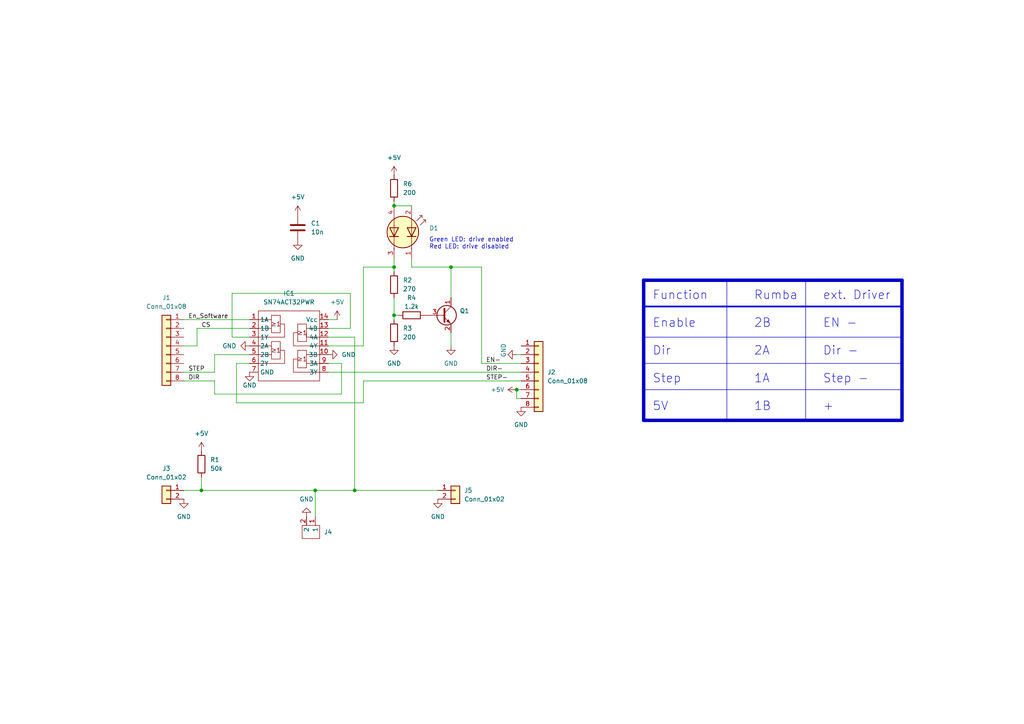
<source format=kicad_sch>
(kicad_sch (version 20211123) (generator eeschema)
  (paper "A4")
  (title_block (title "Driver BreakoutBoard for ext. Motor Drivers") (date "01.09.2023") (rev "1.0") (company "OpenSource Imaging Initiative"))
  (lib_symbols
    (symbol "Connector_Generic:Conn_01x02" (pin_names (offset 1.016) hide)
      (property "Reference" "J" (at 0 2.54 0))
      (property "Value" "Conn_01x02" (at 0 -5.08 0))
      (symbol "Conn_01x02_1_1"
        (rectangle (start -1.27 -2.413) (end 0 -2.667) (stroke (width 0.1524)))
        (rectangle (start -1.27 0.127) (end 0 -0.127) (stroke (width 0.1524)))
        (rectangle (start -1.27 1.27) (end 1.27 -3.81) (stroke (width 0.254)) (fill (type background)))
        (pin passive line (at -5.08 0 0) (length 3.81) (name "Pin_1") (number "1"))
        (pin passive line (at -5.08 -2.54 0) (length 3.81) (name "Pin_2") (number "2"))
      )
    )
    (symbol "Connector_Generic:Conn_01x08" (pin_names (offset 1.016) hide)
      (property "Reference" "J" (at 0 10.16 0))
      (property "Value" "Conn_01x08" (at 0 -12.7 0))
      (symbol "Conn_01x08_1_1"
        (rectangle (start -1.27 -10.033) (end 0 -10.287) (stroke (width 0.1524)))
        (rectangle (start -1.27 -7.493) (end 0 -7.747) (stroke (width 0.1524)))
        (rectangle (start -1.27 -4.953) (end 0 -5.207) (stroke (width 0.1524)))
        (rectangle (start -1.27 -2.413) (end 0 -2.667) (stroke (width 0.1524)))
        (rectangle (start -1.27 0.127) (end 0 -0.127) (stroke (width 0.1524)))
        (rectangle (start -1.27 2.667) (end 0 2.413) (stroke (width 0.1524)))
        (rectangle (start -1.27 5.207) (end 0 4.953) (stroke (width 0.1524)))
        (rectangle (start -1.27 7.747) (end 0 7.493) (stroke (width 0.1524)))
        (rectangle (start -1.27 8.89) (end 1.27 -11.43) (stroke (width 0.254)) (fill (type background)))
        (pin passive line (at -5.08 7.62 0) (length 3.81) (name "Pin_1") (number "1"))
        (pin passive line (at -5.08 5.08 0) (length 3.81) (name "Pin_2") (number "2"))
        (pin passive line (at -5.08 2.54 0) (length 3.81) (name "Pin_3") (number "3"))
        (pin passive line (at -5.08 0 0) (length 3.81) (name "Pin_4") (number "4"))
        (pin passive line (at -5.08 -2.54 0) (length 3.81) (name "Pin_5") (number "5"))
        (pin passive line (at -5.08 -5.08 0) (length 3.81) (name "Pin_6") (number "6"))
        (pin passive line (at -5.08 -7.62 0) (length 3.81) (name "Pin_7") (number "7"))
        (pin passive line (at -5.08 -10.16 0) (length 3.81) (name "Pin_8") (number "8"))
      )
    )
    (symbol "Device:C" (pin_numbers hide) (pin_names (offset 0.254))
      (property "Reference" "C" (at 0.635 2.54 0))
      (property "Value" "C" (at 0.635 -2.54 0))
      (symbol "C_0_1"
        (polyline (pts (xy -2.032 -0.762) (xy 2.032 -0.762)) (stroke (width 0.508)))
        (polyline (pts (xy -2.032 0.762) (xy 2.032 0.762)) (stroke (width 0.508)))
      )
      (symbol "C_1_1"
        (pin passive line (at 0 3.81 270) (length 2.794) (name "~") (number "1"))
        (pin passive line (at 0 -3.81 90) (length 2.794) (name "~") (number "2"))
      )
    )
    (symbol "Device:LED_Dual_KAKA" (pin_names (offset 0) hide)
      (property "Reference" "D" (at 0 5.715 0))
      (property "Value" "LED_Dual_KAKA" (at 0 -6.35 0))
      (symbol "LED_Dual_KAKA_0_1"
        (polyline (pts (xy -5.08 -2.54) (xy 2.032 -2.54)))
        (polyline (pts (xy -5.08 2.54) (xy 2.032 2.54)))
        (polyline (pts (xy -1.27 -1.27) (xy -1.27 -3.81)) (stroke (width 0.254)))
        (polyline (pts (xy -1.27 3.81) (xy -1.27 1.27)) (stroke (width 0.254)))
        (polyline (pts (xy 3.81 -2.54) (xy 1.905 -2.54)))
        (polyline (pts (xy 3.81 2.54) (xy 1.905 2.54)))
        (polyline (pts (xy 1.27 -1.27) (xy 1.27 -3.81) (xy -1.27 -2.54) (xy 1.27 -1.27)) (stroke (width 0.254)))
        (polyline (pts (xy 1.27 3.81) (xy 1.27 1.27) (xy -1.27 2.54) (xy 1.27 3.81)) (stroke (width 0.254)))
        (polyline (pts (xy 2.032 5.08) (xy 3.556 6.604) (xy 2.794 6.604) (xy 3.556 6.604) (xy 3.556 5.842)))
        (polyline (pts (xy 3.302 4.064) (xy 4.826 5.588) (xy 4.064 5.588) (xy 4.826 5.588) (xy 4.826 4.826)))
        (circle (center 0 0) (radius 4.572) (stroke (width 0.254)) (fill (type background)))
      )
      (symbol "LED_Dual_KAKA_1_1"
        (pin input line (at -7.62 2.54 0) (length 3.048) (name "A1") (number "1"))
        (pin input line (at 7.62 2.54 180) (length 3.81) (name "K1") (number "2"))
        (pin input line (at -7.62 -2.54 0) (length 3.048) (name "A2") (number "3"))
        (pin input line (at 7.62 -2.54 180) (length 3.81) (name "K2") (number "4"))
      )
    )
    (symbol "Device:Q_NPN_CEB" (pin_names (offset 0) hide)
      (property "Reference" "Q" (at 5.08 1.27 0))
      (property "Value" "Q_NPN_CEB" (at 5.08 -1.27 0))
      (symbol "Q_NPN_CEB_0_1"
        (polyline (pts (xy 0.635 0.635) (xy 2.54 2.54)))
        (polyline (pts (xy 0.635 -0.635) (xy 2.54 -2.54) (xy 2.54 -2.54)))
        (polyline (pts (xy 0.635 1.905) (xy 0.635 -1.905) (xy 0.635 -1.905)) (stroke (width 0.508)))
        (polyline (pts (xy 1.27 -1.778) (xy 1.778 -1.27) (xy 2.286 -2.286) (xy 1.27 -1.778) (xy 1.27 -1.778)) (fill (type outline)))
        (circle (center 1.27 0) (radius 2.8194) (stroke (width 0.254)))
      )
      (symbol "Q_NPN_CEB_1_1"
        (pin passive line (at 2.54 5.08 270) (length 2.54) (name "C") (number "1"))
        (pin passive line (at 2.54 -5.08 90) (length 2.54) (name "E") (number "2"))
        (pin input line (at -5.08 0 0) (length 5.715) (name "B") (number "3"))
      )
    )
    (symbol "Device:R" (pin_numbers hide) (pin_names (offset 0))
      (property "Reference" "R" (at 2.032 0 90))
      (property "Value" "R" (at 0 0 90))
      (symbol "R_0_1"
        (rectangle (start -1.016 -2.54) (end 1.016 2.54) (stroke (width 0.254)))
      )
      (symbol "R_1_1"
        (pin passive line (at 0 3.81 270) (length 1.27) (name "~") (number "1"))
        (pin passive line (at 0 -3.81 90) (length 1.27) (name "~") (number "2"))
      )
    )
    (symbol "custom_parts:0393570002"
      (property "Reference" "X" (at 0 0 0))
      (property "Value" "0393570002" (at 0 0 0))
      (property "Link" "https://www.digikey.de/de/products/detail/molex/0393570002/946543" (at 0 0 0))
      (symbol "0393570002_0_1"
        (rectangle (start -3.81 -2.54) (end 0 -7.62))
      )
      (symbol "0393570002_1_1"
        (pin passive line (at 2.54 -3.81 180) (length 2.54) (name "1") (number "1"))
        (pin passive line (at 2.54 -6.35 180) (length 2.54) (name "2") (number "2"))
      )
    )
    (symbol "custom_parts:74LVC32A"
      (property "Reference" "IC" (at 0 11.43 0))
      (property "Value" "74LVC32A" (at 0 -11.43 0))
      (property "Link" "https://www.digikey.de/de/products/detail/nexperia-usa-inc/74LVC32APW-118/946666" (at 0 0 0))
      (symbol "74LVC32A_0_0"
        (polyline (pts (xy -8.89 -2.54) (xy -5.08 -2.54)))
        (polyline (pts (xy -8.89 0) (xy -5.08 0)))
        (polyline (pts (xy -8.89 5.08) (xy -5.08 5.08)))
        (polyline (pts (xy -8.89 7.62) (xy -5.08 7.62)))
        (polyline (pts (xy 8.89 -5.08) (xy 5.08 -5.08)))
        (polyline (pts (xy 8.89 -2.54) (xy 5.08 -2.54)))
        (polyline (pts (xy 8.89 5.08) (xy 5.08 5.08)))
        (polyline (pts (xy 8.89 2.54) (xy 5.08 2.54) (xy 5.08 3.81)))
        (polyline (pts (xy -8.89 -5.08) (xy -1.27 -5.08) (xy -1.27 -1.27) (xy -2.54 -1.27)))
        (polyline (pts (xy 2.54 -3.81) (xy 1.27 -3.81) (xy 1.27 -7.62) (xy 8.89 -7.62)))
        (polyline (pts (xy 2.54 3.81) (xy 1.27 3.81) (xy 1.27 0) (xy 8.89 0)))
        (text "≥1" (at -3.81 -1.27 0) (effects (font (size 1.27 1.27))))
        (text "≥1" (at -3.81 6.35 0) (effects (font (size 1.27 1.27))))
        (text "≥1" (at 3.81 -3.81 0) (effects (font (size 1.27 1.27))))
        (text "≥1" (at 3.81 3.81 0) (effects (font (size 1.27 1.27))))
      )
      (symbol "74LVC32A_0_1"
        (rectangle (start -8.89 10.16) (end 8.89 -10.16))
        (rectangle (start -5.08 1.27) (end -2.54 -3.81))
        (rectangle (start -5.08 8.89) (end -2.54 3.81))
        (polyline (pts (xy -8.89 2.54) (xy -1.27 2.54) (xy -1.27 6.35) (xy -2.54 6.35)))
        (rectangle (start 2.54 -1.27) (end 5.08 -6.35))
        (rectangle (start 2.54 6.35) (end 5.08 1.27))
      )
      (symbol "74LVC32A_1_1"
        (pin input line (at -11.43 7.62 0) (length 2.54) (name "1A") (number "1"))
        (pin input line (at 11.43 -2.54 180) (length 2.54) (name "3B") (number "10"))
        (pin output line (at 11.43 0 180) (length 2.54) (name "4Y") (number "11"))
        (pin input line (at 11.43 2.54 180) (length 2.54) (name "4A") (number "12"))
        (pin input line (at 11.43 5.08 180) (length 2.54) (name "4B") (number "13"))
        (pin power_in line (at 11.43 7.62 180) (length 2.54) (name "Vcc") (number "14"))
        (pin input line (at -11.43 5.08 0) (length 2.54) (name "1B") (number "2"))
        (pin output line (at -11.43 2.54 0) (length 2.54) (name "1Y") (number "3"))
        (pin input line (at -11.43 0 0) (length 2.54) (name "2A") (number "4"))
        (pin input line (at -11.43 -2.54 0) (length 2.54) (name "2B") (number "5"))
        (pin output line (at -11.43 -5.08 0) (length 2.54) (name "2Y") (number "6"))
        (pin passive line (at -11.43 -7.62 0) (length 2.54) (name "GND") (number "7"))
        (pin output line (at 11.43 -7.62 180) (length 2.54) (name "3Y") (number "8"))
        (pin input line (at 11.43 -5.08 180) (length 2.54) (name "3A") (number "9"))
      )
    )
    (symbol "power:+5V" (power) (pin_names (offset 0))
      (property "Value" "+5V" (at 0 3.556 0))
      (symbol "+5V_0_1"
        (polyline (pts (xy -0.762 1.27) (xy 0 2.54)))
        (polyline (pts (xy 0 0) (xy 0 2.54)))
        (polyline (pts (xy 0 2.54) (xy 0.762 1.27)))
      )
      (symbol "+5V_1_1"
        (pin power_in line (at 0 0 90) (length 0) hide (name "+5V") (number "1"))
      )
    )
    (symbol "power:GND" (power) (pin_names (offset 0))
      (property "Value" "GND" (at 0 -3.81 0))
      (symbol "GND_0_1"
        (polyline (pts (xy 0 0) (xy 0 -1.27) (xy 1.27 -1.27) (xy 0 -2.54) (xy -1.27 -1.27) (xy 0 -1.27)))
      )
      (symbol "GND_1_1"
        (pin power_in line (at 0 0 270) (length 0) hide (name "GND") (number "1"))
      )
    )
  )
  (junction (at 114.3 77.47))
  (junction (at 102.87 142.24))
  (junction (at 58.42 142.24))
  (junction (at 114.3 91.44))
  (junction (at 149.86 113.03))
  (junction (at 91.44 142.24))
  (junction (at 130.81 77.47))
  (junction (at 114.3 59.69))
  (wire (pts (xy 114.3 59.69) (xy 119.38 59.69)))
  (wire (pts (xy 114.3 78.74) (xy 114.3 77.47)))
  (wire (pts (xy 91.44 142.24) (xy 102.87 142.24)))
  (wire (pts (xy 57.15 100.33) (xy 57.15 95.25)))
  (wire (pts (xy 101.6 85.09) (xy 101.6 95.25)))
  (wire (pts (xy 53.34 110.49) (xy 62.23 110.49)))
  (wire (pts (xy 130.81 96.52) (xy 130.81 100.33)))
  (wire (pts (xy 105.41 110.49) (xy 151.13 110.49)))
  (wire (pts (xy 130.81 77.47) (xy 139.7 77.47)))
  (polyline (pts (xy 186.69 105.41) (xy 261.62 105.41)) (stroke (width 0) (type solid)))
  (wire (pts (xy 149.86 113.03) (xy 149.86 115.57)))
  (wire (pts (xy 114.3 74.93) (xy 114.3 77.47)))
  (wire (pts (xy 53.34 142.24) (xy 58.42 142.24)))
  (wire (pts (xy 91.44 142.24) (xy 91.44 149.86)))
  (wire (pts (xy 95.25 97.79) (xy 102.87 97.79)))
  (wire (pts (xy 68.58 116.84) (xy 105.41 116.84)))
  (polyline (pts (xy 186.69 88.9) (xy 261.62 88.9)) (stroke (width 0.5) (type solid)))
  (wire (pts (xy 95.25 107.95) (xy 151.13 107.95)))
  (polyline (pts (xy 233.68 81.28) (xy 233.68 121.92)) (stroke (width 0) (type solid)))
  (wire (pts (xy 72.39 97.79) (xy 67.31 97.79)))
  (wire (pts (xy 151.13 113.03) (xy 149.86 113.03)))
  (polyline (pts (xy 186.69 97.79) (xy 261.62 97.79)) (stroke (width 0) (type solid)))
  (wire (pts (xy 58.42 142.24) (xy 91.44 142.24)))
  (wire (pts (xy 62.23 102.87) (xy 72.39 102.87)))
  (wire (pts (xy 53.34 107.95) (xy 62.23 107.95)))
  (polyline (pts (xy 261.62 81.28) (xy 261.62 121.92)) (stroke (width 1) (type solid)))
  (wire (pts (xy 102.87 142.24) (xy 127 142.24)))
  (wire (pts (xy 58.42 138.43) (xy 58.42 142.24)))
  (wire (pts (xy 114.3 91.44) (xy 114.3 92.71)))
  (wire (pts (xy 149.86 115.57) (xy 151.13 115.57)))
  (wire (pts (xy 105.41 116.84) (xy 105.41 110.49)))
  (wire (pts (xy 102.87 97.79) (xy 102.87 142.24)))
  (wire (pts (xy 139.7 77.47) (xy 139.7 105.41)))
  (wire (pts (xy 68.58 105.41) (xy 68.58 116.84)))
  (polyline (pts (xy 261.62 121.92) (xy 186.69 121.92)) (stroke (width 1) (type solid)))
  (wire (pts (xy 97.79 92.71) (xy 95.25 92.71)))
  (wire (pts (xy 119.38 74.93) (xy 119.38 77.47)))
  (wire (pts (xy 149.86 102.87) (xy 151.13 102.87)))
  (wire (pts (xy 105.41 77.47) (xy 114.3 77.47)))
  (wire (pts (xy 130.81 77.47) (xy 130.81 86.36)))
  (wire (pts (xy 57.15 95.25) (xy 72.39 95.25)))
  (wire (pts (xy 67.31 97.79) (xy 67.31 85.09)))
  (wire (pts (xy 114.3 91.44) (xy 114.3 86.36)))
  (wire (pts (xy 62.23 114.3) (xy 99.06 114.3)))
  (wire (pts (xy 62.23 107.95) (xy 62.23 102.87)))
  (wire (pts (xy 119.38 77.47) (xy 130.81 77.47)))
  (polyline (pts (xy 186.69 81.28) (xy 186.69 121.92)) (stroke (width 1) (type solid)))
  (wire (pts (xy 67.31 85.09) (xy 101.6 85.09)))
  (wire (pts (xy 139.7 105.41) (xy 151.13 105.41)))
  (polyline (pts (xy 186.69 113.03) (xy 261.62 113.03)) (stroke (width 0) (type solid)))
  (wire (pts (xy 99.06 114.3) (xy 99.06 105.41)))
  (polyline (pts (xy 210.82 81.28) (xy 210.82 121.92)) (stroke (width 0) (type solid)))
  (wire (pts (xy 53.34 100.33) (xy 57.15 100.33)))
  (wire (pts (xy 101.6 95.25) (xy 95.25 95.25)))
  (wire (pts (xy 53.34 92.71) (xy 72.39 92.71)))
  (wire (pts (xy 114.3 58.42) (xy 114.3 59.69)))
  (wire (pts (xy 95.25 100.33) (xy 105.41 100.33)))
  (wire (pts (xy 72.39 105.41) (xy 68.58 105.41)))
  (wire (pts (xy 99.06 105.41) (xy 95.25 105.41)))
  (wire (pts (xy 115.57 91.44) (xy 114.3 91.44)))
  (polyline (pts (xy 186.69 81.28) (xy 261.62 81.28)) (stroke (width 1) (type solid)))
  (wire (pts (xy 105.41 100.33) (xy 105.41 77.47)))
  (wire (pts (xy 62.23 110.49) (xy 62.23 114.3)))
  (text "Function	Rumba	ext. Driver\n\nEnable		2B		EN -\n\nDir 		2A		Dir -\n\nStep		1A		Step -\n\n5V 			1B		+" (at 189.23 119.38 0) (effects (font (size 2.5 2.5)) (justify left bottom)))
  (text "Green LED: drive enabled\nRed LED: drive disabled" (at 124.46 72.39 0) (effects (font (size 1.27 1.27)) (justify left bottom)))
  (label "DIR" (at 54.61 110.49 0))
  (label "CS" (at 58.42 95.25 0))
  (label "EN-" (at 140.97 105.41 0))
  (label "STEP" (at 54.61 107.95 0))
  (label "En_Software" (at 54.61 92.71 0))
  (label "STEP-" (at 140.97 110.49 0))
  (label "DIR-" (at 140.97 107.95 0))
  (symbol (lib_id "Connector_Generic:Conn_01x08") (at 48.26 100.33 0) (mirror y) (unit 1)
    (property "Reference" "J1" (at 48.26 86.36 0))
    (property "Value" "Conn_01x08" (at 48.26 88.9 0))
    (property "Footprint" "Connector_PinHeader_2.54mm:PinHeader_1x08_P2.54mm_Vertical" (effects hide))
    (property "Link" "https://www.digikey.de/de/products/detail/w%C3%BCrth-elektronik/61300811121/4846839" (effects hide))
  )
  (symbol (lib_id "Device:R") (at 114.3 82.55 0) (unit 1)
    (property "Reference" "R2" (at 116.84 81.2799 0) (effects (justify left)))
    (property "Value" "270" (at 116.84 83.8199 0) (effects (justify left)))
    (property "Footprint" "Resistor_SMD:R_0805_2012Metric_Pad1.20x1.40mm_HandSolder" (effects hide))
  )
  (symbol (lib_id "custom_parts:74LVC32A") (at 83.82 100.33 0) (unit 1)
    (property "Reference" "IC1" (at 83.82 85.09 0))
    (property "Value" "SN74ACT32PWR" (at 83.82 87.63 0))
    (property "Footprint" "footprints:SOT402-1_NXP-M" (effects hide))
    (property "Link" "https://www.digikey.de/en/products/detail/texas-instruments/SN74ACT32PWR/376063" (effects hide))
  )
  (symbol (lib_id "power:+5V") (at 97.79 92.71 0) (unit 1)
    (property "Reference" "#PWR0101" (effects hide))
    (property "Value" "+5V" (at 97.79 87.63 0))
  )
  (symbol (lib_id "custom_parts:0393570002") (at 95.25 152.4 270) (mirror x) (unit 1)
    (property "Reference" "J4" (at 93.98 154.3049 90) (effects (justify left)))
    (property "Value" "0393570002" (effects hide))
    (property "Footprint" "Connector:0393570002" (effects hide))
    (property "Datasheet" "https://tools.molex.com/pdm_docs/sd/393570002_sd.pdf" (effects hide))
    (property "Link" "https://www.digikey.de/de/products/detail/molex/0393570002/946543" (effects hide))
  )
  (symbol (lib_id "Device:R") (at 114.3 96.52 0) (unit 1)
    (property "Reference" "R3" (at 116.84 95.2499 0) (effects (justify left)))
    (property "Value" "200" (at 116.84 97.7899 0) (effects (justify left)))
    (property "Footprint" "Resistor_SMD:R_0805_2012Metric_Pad1.20x1.40mm_HandSolder" (effects hide))
  )
  (symbol (lib_id "Device:Q_NPN_CEB") (at 128.27 91.44 0) (unit 1)
    (property "Reference" "Q1" (at 133.35 90.1699 0) (effects (justify left)))
    (property "Value" "Q_NPN_CEB" (effects hide))
    (property "Footprint" "Package_TO_SOT_SMD:SOT-23_Handsoldering" (effects hide))
    (property "Datasheet" "https://assets.nexperia.com/documents/data-sheet/MMBT3904.pdf" (effects hide))
  )
  (symbol (lib_id "Connector_Generic:Conn_01x02") (at 132.08 142.24 0) (unit 1)
    (property "Reference" "J5" (at 134.62 142.2399 0) (effects (justify left)))
    (property "Value" "Conn_01x02" (at 134.62 144.7799 0) (effects (justify left)))
    (property "Footprint" "Connector_PinHeader_2.54mm:PinHeader_1x02_P2.54mm_Vertical" (effects hide))
    (property "Link" "https://www.digikey.de/de/products/detail/w%C3%BCrth-elektronik/61300211121/4846823" (effects hide))
  )
  (symbol (lib_id "power:GND") (at 86.36 69.85 0) (unit 1)
    (property "Reference" "#PWR0107" (effects hide))
    (property "Value" "GND" (at 86.36 74.93 0))
  )
  (symbol (lib_id "power:GND") (at 149.86 102.87 270) (unit 1)
    (property "Reference" "#PWR0111" (effects hide))
    (property "Value" "GND" (at 146.05 101.6 0))
  )
  (symbol (lib_id "power:GND") (at 130.81 100.33 0) (unit 1)
    (property "Reference" "#PWR0116" (effects hide))
    (property "Value" "GND" (at 130.81 105.41 0))
  )
  (symbol (lib_id "power:+5V") (at 86.36 62.23 0) (unit 1)
    (property "Reference" "#PWR0102" (effects hide))
    (property "Value" "+5V" (at 86.36 57.15 0))
  )
  (symbol (lib_id "power:+5V") (at 149.86 113.03 90) (unit 1)
    (property "Reference" "#PWR0115" (effects hide))
    (property "Value" "+5V" (at 142.24 113.03 90) (effects (justify right)))
  )
  (symbol (lib_id "power:GND") (at 127 144.78 0) (unit 1)
    (property "Reference" "#PWR0113" (effects hide))
    (property "Value" "GND" (at 127 149.86 0))
  )
  (symbol (lib_id "Device:R") (at 58.42 134.62 0) (unit 1)
    (property "Reference" "R1" (at 60.96 133.3499 0) (effects (justify left)))
    (property "Value" "50k" (at 60.96 135.8899 0) (effects (justify left)))
    (property "Footprint" "Resistor_SMD:R_0805_2012Metric_Pad1.20x1.40mm_HandSolder" (effects hide))
  )
  (symbol (lib_id "power:GND") (at 151.13 118.11 0) (unit 1)
    (property "Reference" "#PWR0108" (effects hide))
    (property "Value" "GND" (at 151.13 123.19 0))
  )
  (symbol (lib_id "Device:LED_Dual_KAKA") (at 116.84 67.31 270) (mirror x) (unit 1)
    (property "Reference" "D1" (at 124.46 66.1669 90) (effects (justify left)))
    (property "Value" "LED_Dual" (effects hide))
    (property "Footprint" "LED_SMD:LED_Kingbright_AAA3528ESGCT" (effects hide))
    (property "Datasheet" "https://www.kingbrightusa.com/images/catalog/SPEC/AAA3528ESGCT.pdf" (effects hide))
    (property "Link" "https://www.digikey.de/de/products/detail/kingbright/AAA3528ESGCT/7318936" (effects hide))
  )
  (symbol (lib_id "power:GND") (at 88.9 149.86 180) (unit 1)
    (property "Reference" "#PWR0109" (effects hide))
    (property "Value" "GND" (at 88.9 144.78 0))
  )
  (symbol (lib_id "power:GND") (at 53.34 144.78 0) (unit 1)
    (property "Reference" "#PWR0114" (effects hide))
    (property "Value" "GND" (at 53.34 149.86 0))
  )
  (symbol (lib_id "Device:R") (at 114.3 54.61 0) (unit 1)
    (property "Reference" "R6" (at 116.84 53.3399 0) (effects (justify left)))
    (property "Value" "200" (at 116.84 55.8799 0) (effects (justify left)))
    (property "Footprint" "Resistor_SMD:R_0805_2012Metric_Pad1.20x1.40mm_HandSolder" (effects hide))
  )
  (symbol (lib_id "power:+5V") (at 114.3 50.8 0) (unit 1)
    (property "Reference" "#PWR0103" (effects hide))
    (property "Value" "+5V" (at 114.3 45.72 0))
  )
  (symbol (lib_id "Device:R") (at 119.38 91.44 90) (unit 1)
    (property "Reference" "R4" (at 119.38 86.36 90))
    (property "Value" "1.2k" (at 119.38 88.9 90))
    (property "Footprint" "Resistor_SMD:R_0805_2012Metric_Pad1.20x1.40mm_HandSolder" (effects hide))
  )
  (symbol (lib_id "power:GND") (at 114.3 100.33 0) (unit 1)
    (property "Reference" "#PWR0110" (effects hide))
    (property "Value" "GND" (at 114.3 105.41 0))
  )
  (symbol (lib_id "Device:C") (at 86.36 66.04 0) (unit 1)
    (property "Reference" "C1" (at 90.17 64.7699 0) (effects (justify left)))
    (property "Value" "10n" (at 90.17 67.3099 0) (effects (justify left)))
    (property "Footprint" "Capacitor_SMD:C_0805_2012Metric_Pad1.18x1.45mm_HandSolder" (effects hide))
    (property "Link" "https://www.digikey.de/de/products/detail/kemet/C0805C103K2RECAUTO/8646745" (effects hide))
  )
  (symbol (lib_id "power:+5V") (at 58.42 130.81 0) (unit 1)
    (property "Reference" "#PWR0106" (effects hide))
    (property "Value" "+5V" (at 58.42 125.73 0))
  )
  (symbol (lib_id "power:GND") (at 72.39 107.95 0) (unit 1)
    (property "Reference" "#PWR0105" (effects hide))
    (property "Value" "GND" (at 72.39 111.76 0))
  )
  (symbol (lib_id "Connector_Generic:Conn_01x02") (at 48.26 142.24 0) (mirror y) (unit 1)
    (property "Reference" "J3" (at 48.26 135.89 0))
    (property "Value" "Conn_01x02" (at 48.26 138.43 0))
    (property "Footprint" "Connector_PinHeader_2.54mm:PinHeader_1x02_P2.54mm_Vertical" (effects hide))
    (property "Link" "https://www.digikey.de/de/products/detail/w%C3%BCrth-elektronik/61300211121/4846823" (effects hide))
  )
  (symbol (lib_id "power:GND") (at 72.39 100.33 270) (unit 1)
    (property "Reference" "#PWR0104" (effects hide))
    (property "Value" "GND" (at 68.58 100.3299 90) (effects (justify right)))
  )
  (symbol (lib_id "Connector_Generic:Conn_01x08") (at 156.21 107.95 0) (unit 1)
    (property "Reference" "J2" (at 158.75 107.9499 0) (effects (justify left)))
    (property "Value" "Conn_01x08" (at 158.75 110.4899 0) (effects (justify left)))
    (property "Footprint" "Connector_PinHeader_2.54mm:PinHeader_1x08_P2.54mm_Vertical" (effects hide))
    (property "Link" "https://www.digikey.de/de/products/detail/w%C3%BCrth-elektronik/61300811121/4846839" (effects hide))
  )
  (symbol (lib_id "power:GND") (at 95.25 102.87 90) (unit 1)
    (property "Reference" "#PWR0112" (effects hide))
    (property "Value" "GND" (at 99.06 102.8699 90) (effects (justify right)))
  )
)
</source>
